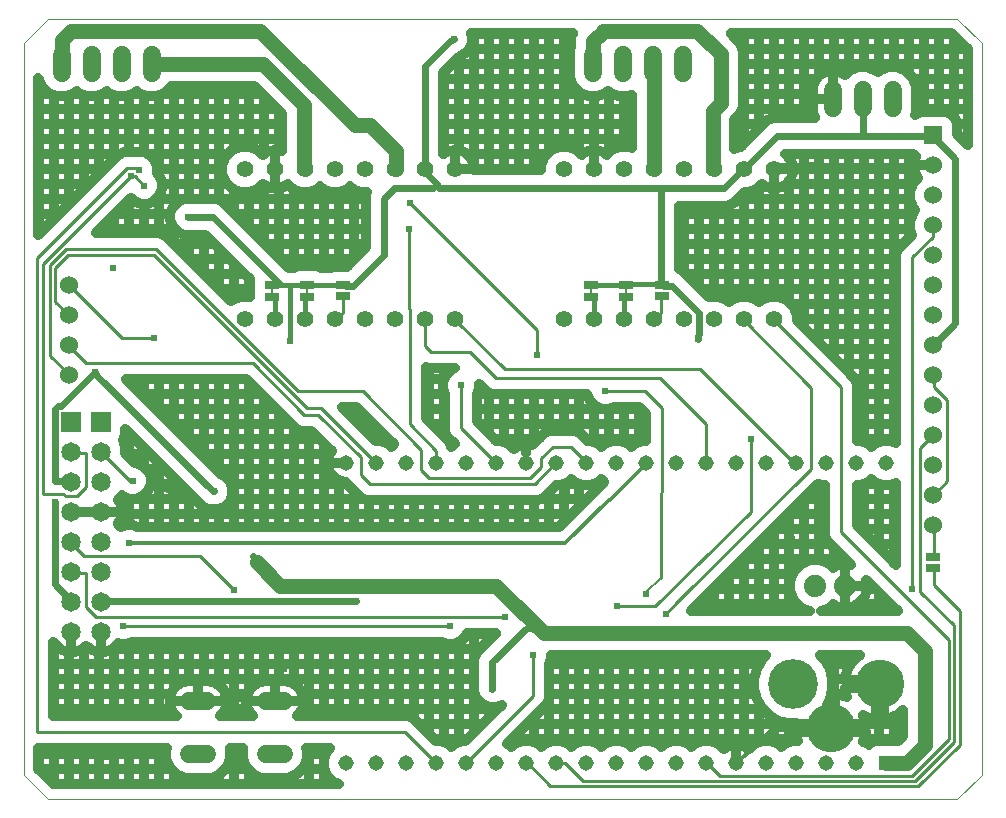
<source format=gbl>
G75*
%MOIN*%
%OFA0B0*%
%FSLAX25Y25*%
%IPPOS*%
%LPD*%
%AMOC8*
5,1,8,0,0,1.08239X$1,22.5*
%
%ADD10C,0.00000*%
%ADD11C,0.06000*%
%ADD12R,0.06000X0.06000*%
%ADD13R,0.05150X0.05150*%
%ADD14C,0.05150*%
%ADD15C,0.05543*%
%ADD16R,0.05000X0.02500*%
%ADD17C,0.00800*%
%ADD18C,0.16598*%
%ADD19C,0.16200*%
%ADD20C,0.07400*%
%ADD21C,0.05937*%
%ADD22C,0.06000*%
%ADD23R,0.06500X0.06500*%
%ADD24C,0.06500*%
%ADD25C,0.01200*%
%ADD26C,0.03200*%
%ADD27C,0.02400*%
%ADD28C,0.02400*%
%ADD29C,0.01000*%
%ADD30C,0.05000*%
%ADD31OC8,0.02400*%
%ADD32C,0.01600*%
%ADD33C,0.04000*%
D10*
X0001000Y0008874D02*
X0001000Y0252969D01*
X0008874Y0260843D01*
X0312024Y0260843D01*
X0320409Y0252969D01*
X0320409Y0008874D01*
X0312024Y0001000D01*
X0008874Y0001000D01*
X0001000Y0008874D01*
D11*
X0016039Y0142063D03*
X0016039Y0152063D03*
X0016039Y0162063D03*
X0016039Y0172063D03*
X0304150Y0172063D03*
X0304150Y0182063D03*
X0304150Y0192063D03*
X0304150Y0202063D03*
X0304150Y0212063D03*
X0304150Y0162063D03*
X0304150Y0152063D03*
X0304150Y0142063D03*
X0304150Y0132063D03*
X0304150Y0122063D03*
X0304150Y0112063D03*
X0304150Y0102063D03*
X0304150Y0092063D03*
D12*
X0304150Y0222063D03*
D13*
X0288402Y0012811D03*
D14*
X0278402Y0012811D03*
X0268402Y0012811D03*
X0258402Y0012811D03*
X0248402Y0012811D03*
X0238402Y0012811D03*
X0228402Y0012811D03*
X0218402Y0012811D03*
X0208402Y0012811D03*
X0198402Y0012811D03*
X0188402Y0012811D03*
X0178402Y0012811D03*
X0168402Y0012811D03*
X0158402Y0012811D03*
X0148402Y0012811D03*
X0138402Y0012811D03*
X0128402Y0012811D03*
X0118402Y0012811D03*
X0108402Y0012811D03*
X0108402Y0112811D03*
X0118402Y0112811D03*
X0128402Y0112811D03*
X0138402Y0112811D03*
X0148402Y0112811D03*
X0158402Y0112811D03*
X0168402Y0112811D03*
X0178402Y0112811D03*
X0188402Y0112811D03*
X0198402Y0112811D03*
X0208402Y0112811D03*
X0218402Y0112811D03*
X0228402Y0112811D03*
X0238402Y0112811D03*
X0248402Y0112811D03*
X0258402Y0112811D03*
X0268402Y0112811D03*
X0278402Y0112811D03*
X0288402Y0112811D03*
D15*
X0251039Y0160724D03*
X0241039Y0160724D03*
X0231039Y0160724D03*
X0221039Y0160724D03*
X0211039Y0160724D03*
X0201039Y0160724D03*
X0191039Y0160724D03*
X0181039Y0160724D03*
X0144740Y0160724D03*
X0134740Y0160724D03*
X0124740Y0160724D03*
X0114740Y0160724D03*
X0104740Y0160724D03*
X0094740Y0160724D03*
X0084740Y0160724D03*
X0074740Y0160724D03*
X0074740Y0210724D03*
X0084740Y0210724D03*
X0094740Y0210724D03*
X0104740Y0210724D03*
X0114740Y0210724D03*
X0124740Y0210724D03*
X0134740Y0210724D03*
X0144740Y0210724D03*
X0181039Y0210724D03*
X0191039Y0210724D03*
X0201039Y0210724D03*
X0211039Y0210724D03*
X0221039Y0210724D03*
X0231039Y0210724D03*
X0241039Y0210724D03*
X0251039Y0210724D03*
D16*
X0213598Y0172063D03*
X0213598Y0168520D03*
X0201787Y0168291D03*
X0201787Y0172291D03*
X0189976Y0172291D03*
X0189976Y0168291D03*
X0107299Y0168520D03*
X0107299Y0172063D03*
X0095488Y0172291D03*
X0095488Y0168291D03*
X0083677Y0168291D03*
X0083677Y0172291D03*
X0304150Y0081512D03*
X0304150Y0077969D03*
D17*
X0213344Y0074622D02*
X0208480Y0069759D01*
X0208480Y0069110D01*
X0201787Y0168791D02*
X0201787Y0171791D01*
X0189976Y0171791D02*
X0189976Y0168791D01*
X0095488Y0168791D02*
X0095488Y0171791D01*
X0083677Y0171791D02*
X0083677Y0168791D01*
D18*
X0257387Y0039189D03*
D19*
X0269898Y0024380D03*
X0286209Y0039089D03*
D20*
X0274780Y0071866D03*
X0264780Y0071866D03*
D21*
X0087630Y0033480D02*
X0081693Y0033480D01*
X0081693Y0015764D02*
X0087630Y0015764D01*
X0062039Y0015764D02*
X0056102Y0015764D01*
X0056102Y0033480D02*
X0062039Y0033480D01*
D22*
X0270528Y0231031D02*
X0270528Y0237031D01*
X0280528Y0237031D02*
X0280528Y0231031D01*
X0290528Y0231031D02*
X0290528Y0237031D01*
X0220724Y0242843D02*
X0220724Y0248843D01*
X0210724Y0248843D02*
X0210724Y0242843D01*
X0200724Y0242843D02*
X0200724Y0248843D01*
X0190724Y0248843D02*
X0190724Y0242843D01*
X0043559Y0242843D02*
X0043559Y0248843D01*
X0033559Y0248843D02*
X0033559Y0242843D01*
X0023559Y0242843D02*
X0023559Y0248843D01*
X0013559Y0248843D02*
X0013559Y0242843D01*
D23*
X0016748Y0126551D03*
X0026748Y0126551D03*
D24*
X0026748Y0116551D03*
X0026748Y0106551D03*
X0026748Y0096551D03*
X0016748Y0096551D03*
X0016748Y0106551D03*
X0016748Y0116551D03*
X0016748Y0086551D03*
X0016748Y0076551D03*
X0016748Y0066551D03*
X0016748Y0056551D03*
X0026748Y0056551D03*
X0026748Y0066551D03*
X0026748Y0076551D03*
X0026748Y0086551D03*
D25*
X0036039Y0086039D02*
X0181512Y0086039D01*
X0195882Y0100409D01*
X0249963Y0023950D02*
X0269650Y0023950D01*
X0269898Y0024380D01*
X0249963Y0023950D02*
X0239163Y0013150D01*
X0238600Y0013150D01*
X0238402Y0012811D01*
X0084661Y0033480D02*
X0084250Y0033850D01*
X0059500Y0033850D01*
X0059071Y0033480D01*
X0037220Y0106906D02*
X0036394Y0106906D01*
X0026748Y0116551D01*
X0251039Y0210724D02*
X0251200Y0211150D01*
X0252100Y0212050D01*
X0303850Y0212050D01*
X0304150Y0212063D01*
D26*
X0304149Y0212063D02*
X0297550Y0212063D01*
X0297550Y0211630D01*
X0297663Y0210773D01*
X0297886Y0209937D01*
X0298218Y0209138D01*
X0298650Y0208388D01*
X0298995Y0207939D01*
X0297537Y0206481D01*
X0296350Y0203615D01*
X0296350Y0200511D01*
X0297537Y0197645D01*
X0298119Y0197063D01*
X0297537Y0196481D01*
X0296350Y0193615D01*
X0296350Y0190511D01*
X0297028Y0188873D01*
X0294098Y0185943D01*
X0292607Y0184452D01*
X0291800Y0182504D01*
X0291800Y0119386D01*
X0289869Y0120186D01*
X0286935Y0120186D01*
X0284224Y0119063D01*
X0283402Y0118241D01*
X0282579Y0119063D01*
X0279869Y0120186D01*
X0278605Y0120186D01*
X0278605Y0139249D01*
X0277798Y0141197D01*
X0258611Y0160384D01*
X0258611Y0162230D01*
X0257458Y0165013D01*
X0255328Y0167143D01*
X0252545Y0168296D01*
X0249533Y0168296D01*
X0246750Y0167143D01*
X0246039Y0166432D01*
X0245328Y0167143D01*
X0242545Y0168296D01*
X0239533Y0168296D01*
X0236750Y0167143D01*
X0236039Y0166432D01*
X0235328Y0167143D01*
X0232545Y0168296D01*
X0229533Y0168296D01*
X0229290Y0168195D01*
X0222087Y0175399D01*
X0220399Y0177087D01*
X0219400Y0177500D01*
X0219400Y0198513D01*
X0235406Y0198513D01*
X0237611Y0199426D01*
X0241338Y0203153D01*
X0242545Y0203153D01*
X0245328Y0204305D01*
X0246896Y0205873D01*
X0247492Y0205415D01*
X0248215Y0204998D01*
X0248987Y0204678D01*
X0249794Y0204462D01*
X0250622Y0204353D01*
X0251039Y0204353D01*
X0251039Y0210724D01*
X0251039Y0210724D01*
X0251039Y0204353D01*
X0251457Y0204353D01*
X0252285Y0204462D01*
X0253092Y0204678D01*
X0253864Y0204998D01*
X0254587Y0205415D01*
X0255249Y0205924D01*
X0255840Y0206514D01*
X0256349Y0207177D01*
X0256766Y0207900D01*
X0257086Y0208672D01*
X0257302Y0209479D01*
X0257411Y0210307D01*
X0257411Y0210724D01*
X0251039Y0210724D01*
X0251039Y0210724D01*
X0257411Y0210724D01*
X0257411Y0211142D01*
X0257302Y0211970D01*
X0257086Y0212777D01*
X0256766Y0213549D01*
X0256349Y0214272D01*
X0255840Y0214935D01*
X0255249Y0215525D01*
X0254696Y0215950D01*
X0297474Y0215950D01*
X0298298Y0215127D01*
X0298218Y0214988D01*
X0297886Y0214189D01*
X0297663Y0213353D01*
X0297550Y0212496D01*
X0297550Y0212063D01*
X0304149Y0212063D01*
X0304149Y0212063D01*
X0301000Y0212063D02*
X0301000Y0212063D01*
X0297633Y0211000D02*
X0257411Y0211000D01*
X0256000Y0210724D02*
X0256000Y0210724D01*
X0256000Y0214726D02*
X0256000Y0215950D01*
X0261000Y0215950D02*
X0261000Y0157995D01*
X0262995Y0156000D02*
X0291800Y0156000D01*
X0291800Y0151000D02*
X0267995Y0151000D01*
X0266000Y0152995D02*
X0266000Y0215950D01*
X0271000Y0215950D02*
X0271000Y0147995D01*
X0272995Y0146000D02*
X0291800Y0146000D01*
X0291800Y0141000D02*
X0277880Y0141000D01*
X0276000Y0142995D02*
X0276000Y0215950D01*
X0281000Y0215950D02*
X0281000Y0119717D01*
X0278605Y0121000D02*
X0291800Y0121000D01*
X0291000Y0119717D02*
X0291000Y0215950D01*
X0286000Y0215950D02*
X0286000Y0119799D01*
X0291800Y0126000D02*
X0278605Y0126000D01*
X0278605Y0131000D02*
X0291800Y0131000D01*
X0291800Y0136000D02*
X0278605Y0136000D01*
X0291800Y0161000D02*
X0258611Y0161000D01*
X0256472Y0166000D02*
X0291800Y0166000D01*
X0291800Y0171000D02*
X0226485Y0171000D01*
X0226000Y0171485D02*
X0226000Y0198513D01*
X0231000Y0198513D02*
X0231000Y0168296D01*
X0236000Y0166472D02*
X0236000Y0198759D01*
X0239185Y0201000D02*
X0296350Y0201000D01*
X0297338Y0196000D02*
X0219400Y0196000D01*
X0221000Y0198513D02*
X0221000Y0176485D01*
X0221485Y0176000D02*
X0291800Y0176000D01*
X0291800Y0181000D02*
X0219400Y0181000D01*
X0219400Y0186000D02*
X0294155Y0186000D01*
X0296000Y0187845D02*
X0296000Y0215950D01*
X0297338Y0206000D02*
X0255326Y0206000D01*
X0256000Y0206723D02*
X0256000Y0166472D01*
X0251000Y0168296D02*
X0251000Y0204353D01*
X0251039Y0206000D02*
X0251039Y0206000D01*
X0246000Y0204977D02*
X0246000Y0166472D01*
X0241000Y0168296D02*
X0241000Y0202815D01*
X0237828Y0217590D02*
X0237828Y0227110D01*
X0239472Y0228755D01*
X0240583Y0231438D01*
X0240583Y0250484D01*
X0239472Y0253167D01*
X0237419Y0255220D01*
X0236596Y0256043D01*
X0310123Y0256043D01*
X0315609Y0250891D01*
X0315609Y0218676D01*
X0311950Y0222336D01*
X0311950Y0226018D01*
X0311219Y0227782D01*
X0309869Y0229132D01*
X0308104Y0229863D01*
X0300195Y0229863D01*
X0298431Y0229132D01*
X0298009Y0228710D01*
X0298328Y0229480D01*
X0298328Y0238583D01*
X0297140Y0241450D01*
X0294946Y0243644D01*
X0292079Y0244831D01*
X0288976Y0244831D01*
X0286109Y0243644D01*
X0285528Y0243062D01*
X0284946Y0243644D01*
X0282079Y0244831D01*
X0278976Y0244831D01*
X0276109Y0243644D01*
X0274651Y0242186D01*
X0274202Y0242531D01*
X0273453Y0242964D01*
X0272654Y0243295D01*
X0271818Y0243519D01*
X0270960Y0243631D01*
X0270528Y0243631D01*
X0270528Y0234032D01*
X0270527Y0234032D01*
X0270527Y0243631D01*
X0270095Y0243631D01*
X0269237Y0243519D01*
X0268402Y0243295D01*
X0267602Y0242964D01*
X0266853Y0242531D01*
X0266167Y0242004D01*
X0265555Y0241393D01*
X0265028Y0240706D01*
X0264595Y0239957D01*
X0264264Y0239158D01*
X0264040Y0238322D01*
X0263928Y0237464D01*
X0263928Y0234032D01*
X0270527Y0234032D01*
X0270527Y0234031D01*
X0263928Y0234031D01*
X0263928Y0230599D01*
X0264040Y0229741D01*
X0264264Y0228905D01*
X0264595Y0228106D01*
X0264686Y0227950D01*
X0250907Y0227950D01*
X0248702Y0227037D01*
X0247014Y0225349D01*
X0247014Y0225349D01*
X0239961Y0218296D01*
X0239533Y0218296D01*
X0237828Y0217590D01*
X0237828Y0221000D02*
X0242665Y0221000D01*
X0241000Y0219335D02*
X0241000Y0256043D01*
X0236639Y0256000D02*
X0310169Y0256000D01*
X0311000Y0255219D02*
X0311000Y0228001D01*
X0311950Y0226000D02*
X0315609Y0226000D01*
X0315609Y0231000D02*
X0298328Y0231000D01*
X0301000Y0229863D02*
X0301000Y0256043D01*
X0296000Y0256043D02*
X0296000Y0242590D01*
X0297326Y0241000D02*
X0315609Y0241000D01*
X0315609Y0236000D02*
X0298328Y0236000D01*
X0306000Y0229863D02*
X0306000Y0256043D01*
X0315494Y0251000D02*
X0240370Y0251000D01*
X0240583Y0246000D02*
X0315609Y0246000D01*
X0291000Y0244831D02*
X0291000Y0256043D01*
X0286000Y0256043D02*
X0286000Y0243535D01*
X0281000Y0244831D02*
X0281000Y0256043D01*
X0276000Y0256043D02*
X0276000Y0243535D01*
X0271000Y0243626D02*
X0271000Y0256043D01*
X0266000Y0256043D02*
X0266000Y0241838D01*
X0265254Y0241000D02*
X0240583Y0241000D01*
X0240583Y0236000D02*
X0263928Y0236000D01*
X0266000Y0234032D02*
X0266000Y0234031D01*
X0263928Y0231000D02*
X0240402Y0231000D01*
X0237828Y0226000D02*
X0247665Y0226000D01*
X0246000Y0224335D02*
X0246000Y0256043D01*
X0251000Y0256043D02*
X0251000Y0227950D01*
X0256000Y0227950D02*
X0256000Y0256043D01*
X0261000Y0256043D02*
X0261000Y0227950D01*
X0270527Y0236000D02*
X0270528Y0236000D01*
X0270527Y0241000D02*
X0270528Y0241000D01*
X0313285Y0221000D02*
X0315609Y0221000D01*
X0296350Y0191000D02*
X0219400Y0191000D01*
X0195183Y0215576D02*
X0194587Y0216034D01*
X0193864Y0216451D01*
X0193092Y0216771D01*
X0192285Y0216987D01*
X0191457Y0217096D01*
X0191039Y0217096D01*
X0190622Y0217096D01*
X0189794Y0216987D01*
X0188987Y0216771D01*
X0188215Y0216451D01*
X0187492Y0216034D01*
X0186896Y0215576D01*
X0185328Y0217143D01*
X0182545Y0218296D01*
X0179533Y0218296D01*
X0176750Y0217143D01*
X0174620Y0215013D01*
X0173468Y0212230D01*
X0173468Y0210513D01*
X0151112Y0210513D01*
X0151112Y0210724D01*
X0144740Y0210724D01*
X0144740Y0210724D01*
X0144740Y0210725D02*
X0144740Y0217096D01*
X0144323Y0217096D01*
X0143494Y0216987D01*
X0142688Y0216771D01*
X0141916Y0216451D01*
X0141193Y0216034D01*
X0140740Y0215686D01*
X0140740Y0242727D01*
X0146164Y0248152D01*
X0146464Y0248276D01*
X0146839Y0248650D01*
X0147082Y0248805D01*
X0147706Y0249063D01*
X0148081Y0249438D01*
X0148528Y0249722D01*
X0148916Y0250274D01*
X0149394Y0250751D01*
X0149596Y0251241D01*
X0149901Y0251674D01*
X0150049Y0252333D01*
X0150307Y0252956D01*
X0150307Y0253486D01*
X0150423Y0254003D01*
X0150307Y0254668D01*
X0150307Y0255343D01*
X0150104Y0255833D01*
X0150068Y0256043D01*
X0183972Y0256043D01*
X0183471Y0254852D01*
X0183471Y0254833D01*
X0183464Y0254814D01*
X0183464Y0253381D01*
X0183455Y0251675D01*
X0182924Y0250394D01*
X0182924Y0241291D01*
X0184112Y0238424D01*
X0186306Y0236230D01*
X0189173Y0235043D01*
X0192276Y0235043D01*
X0195143Y0236230D01*
X0195724Y0236812D01*
X0196306Y0236230D01*
X0199173Y0235043D01*
X0202276Y0235043D01*
X0203739Y0235649D01*
X0203739Y0217802D01*
X0202545Y0218296D01*
X0199533Y0218296D01*
X0196750Y0217143D01*
X0195183Y0215576D01*
X0195607Y0216000D02*
X0194631Y0216000D01*
X0196000Y0216393D02*
X0196000Y0236536D01*
X0196861Y0236000D02*
X0194587Y0236000D01*
X0191000Y0235043D02*
X0191000Y0217096D01*
X0191039Y0217096D02*
X0191039Y0210725D01*
X0191039Y0210725D01*
X0191039Y0217096D01*
X0191039Y0216000D02*
X0191039Y0216000D01*
X0187448Y0216000D02*
X0186472Y0216000D01*
X0186000Y0216472D02*
X0186000Y0236536D01*
X0186861Y0236000D02*
X0140740Y0236000D01*
X0140740Y0241000D02*
X0183045Y0241000D01*
X0182924Y0246000D02*
X0144013Y0246000D01*
X0146000Y0247987D02*
X0146000Y0216983D01*
X0145986Y0216987D02*
X0145158Y0217096D01*
X0144740Y0217096D01*
X0144740Y0210725D01*
X0144740Y0210725D01*
X0144740Y0210724D02*
X0151112Y0210724D01*
X0151112Y0211142D01*
X0151003Y0211970D01*
X0150787Y0212777D01*
X0150467Y0213549D01*
X0150049Y0214272D01*
X0149541Y0214935D01*
X0148950Y0215525D01*
X0148288Y0216034D01*
X0147564Y0216451D01*
X0146793Y0216771D01*
X0145986Y0216987D01*
X0144740Y0216000D02*
X0144740Y0216000D01*
X0148331Y0216000D02*
X0175607Y0216000D01*
X0176000Y0216393D02*
X0176000Y0256043D01*
X0171000Y0256043D02*
X0171000Y0210513D01*
X0173468Y0211000D02*
X0151112Y0211000D01*
X0151000Y0210724D02*
X0151000Y0210724D01*
X0151000Y0211980D02*
X0151000Y0256043D01*
X0150075Y0256000D02*
X0183954Y0256000D01*
X0181000Y0256043D02*
X0181000Y0218296D01*
X0191039Y0211000D02*
X0191039Y0211000D01*
X0201000Y0218296D02*
X0201000Y0235043D01*
X0203739Y0231000D02*
X0140740Y0231000D01*
X0140740Y0226000D02*
X0203739Y0226000D01*
X0203739Y0221000D02*
X0140740Y0221000D01*
X0140740Y0216000D02*
X0141149Y0216000D01*
X0141000Y0215886D02*
X0141000Y0242987D01*
X0149497Y0251000D02*
X0183175Y0251000D01*
X0166000Y0256043D02*
X0166000Y0210513D01*
X0161000Y0210513D02*
X0161000Y0256043D01*
X0156000Y0256043D02*
X0156000Y0210513D01*
X0146000Y0210724D02*
X0146000Y0210724D01*
X0144740Y0211000D02*
X0144740Y0211000D01*
X0115320Y0203153D02*
X0114882Y0202095D01*
X0114882Y0184711D01*
X0108556Y0178113D01*
X0106457Y0178113D01*
X0106409Y0178115D01*
X0106402Y0178113D01*
X0103844Y0178113D01*
X0103309Y0177891D01*
X0100029Y0177891D01*
X0098943Y0178341D01*
X0092033Y0178341D01*
X0090947Y0177891D01*
X0089484Y0177891D01*
X0069079Y0198296D01*
X0067391Y0199984D01*
X0065186Y0200898D01*
X0054433Y0200898D01*
X0052227Y0199984D01*
X0050539Y0198296D01*
X0049626Y0196091D01*
X0049626Y0193704D01*
X0050539Y0191499D01*
X0052227Y0189811D01*
X0054433Y0188898D01*
X0061507Y0188898D01*
X0076377Y0174027D01*
X0076377Y0168242D01*
X0076246Y0168296D01*
X0073234Y0168296D01*
X0070451Y0167143D01*
X0070027Y0166719D01*
X0049630Y0187115D01*
X0049630Y0187115D01*
X0048139Y0188606D01*
X0046191Y0189413D01*
X0025157Y0189413D01*
X0036804Y0201061D01*
X0037651Y0200213D01*
X0039857Y0199300D01*
X0042243Y0199300D01*
X0044449Y0200213D01*
X0046137Y0201901D01*
X0047050Y0204107D01*
X0047050Y0206493D01*
X0046137Y0208699D01*
X0045385Y0209450D01*
X0045386Y0209452D01*
X0045386Y0211839D01*
X0044472Y0214044D01*
X0042785Y0215732D01*
X0040579Y0216646D01*
X0038192Y0216646D01*
X0037691Y0216438D01*
X0034395Y0216438D01*
X0032447Y0215631D01*
X0005800Y0188984D01*
X0005800Y0241192D01*
X0006947Y0238424D01*
X0009141Y0236230D01*
X0012008Y0235043D01*
X0015111Y0235043D01*
X0017977Y0236230D01*
X0018559Y0236812D01*
X0019141Y0236230D01*
X0022008Y0235043D01*
X0025111Y0235043D01*
X0027977Y0236230D01*
X0028559Y0236812D01*
X0029141Y0236230D01*
X0032008Y0235043D01*
X0035111Y0235043D01*
X0037977Y0236230D01*
X0038559Y0236812D01*
X0039141Y0236230D01*
X0042008Y0235043D01*
X0045111Y0235043D01*
X0047977Y0236230D01*
X0050172Y0238424D01*
X0050221Y0238543D01*
X0077543Y0238543D01*
X0087007Y0229079D01*
X0087007Y0216682D01*
X0086793Y0216771D01*
X0085986Y0216987D01*
X0085158Y0217096D01*
X0084740Y0217096D01*
X0084323Y0217096D01*
X0083494Y0216987D01*
X0082688Y0216771D01*
X0081916Y0216451D01*
X0081193Y0216034D01*
X0080596Y0215576D01*
X0079029Y0217143D01*
X0076246Y0218296D01*
X0073234Y0218296D01*
X0070451Y0217143D01*
X0068321Y0215013D01*
X0067169Y0212230D01*
X0067169Y0209218D01*
X0068321Y0206435D01*
X0070451Y0204305D01*
X0073234Y0203153D01*
X0076246Y0203153D01*
X0079029Y0204305D01*
X0080596Y0205873D01*
X0081193Y0205415D01*
X0081916Y0204998D01*
X0082688Y0204678D01*
X0083494Y0204462D01*
X0084323Y0204353D01*
X0084740Y0204353D01*
X0084740Y0210724D01*
X0084740Y0210724D01*
X0084740Y0204353D01*
X0085158Y0204353D01*
X0085986Y0204462D01*
X0086793Y0204678D01*
X0087564Y0204998D01*
X0088288Y0205415D01*
X0088884Y0205873D01*
X0090451Y0204305D01*
X0093234Y0203153D01*
X0096246Y0203153D01*
X0099029Y0204305D01*
X0099740Y0205016D01*
X0100451Y0204305D01*
X0103234Y0203153D01*
X0106246Y0203153D01*
X0109029Y0204305D01*
X0109740Y0205016D01*
X0110451Y0204305D01*
X0113234Y0203153D01*
X0115320Y0203153D01*
X0114882Y0201000D02*
X0045235Y0201000D01*
X0046000Y0201765D02*
X0046000Y0189413D01*
X0051000Y0191038D02*
X0051000Y0185745D01*
X0050745Y0186000D02*
X0064404Y0186000D01*
X0066000Y0184404D02*
X0066000Y0170745D01*
X0065745Y0171000D02*
X0076377Y0171000D01*
X0076000Y0168296D02*
X0076000Y0174404D01*
X0074404Y0176000D02*
X0060745Y0176000D01*
X0061000Y0175745D02*
X0061000Y0188898D01*
X0056000Y0188898D02*
X0056000Y0180745D01*
X0055745Y0181000D02*
X0069404Y0181000D01*
X0071000Y0179404D02*
X0071000Y0167371D01*
X0086000Y0181375D02*
X0086000Y0204466D01*
X0084740Y0206000D02*
X0084740Y0206000D01*
X0081000Y0205563D02*
X0081000Y0186375D01*
X0081375Y0186000D02*
X0114882Y0186000D01*
X0114882Y0191000D02*
X0076375Y0191000D01*
X0076000Y0191375D02*
X0076000Y0203153D01*
X0071000Y0204078D02*
X0071000Y0196375D01*
X0071375Y0196000D02*
X0114882Y0196000D01*
X0111000Y0204078D02*
X0111000Y0180662D01*
X0111324Y0181000D02*
X0086375Y0181000D01*
X0091000Y0177913D02*
X0091000Y0204078D01*
X0096000Y0203153D02*
X0096000Y0178341D01*
X0101000Y0177891D02*
X0101000Y0204078D01*
X0106000Y0203153D02*
X0106000Y0178113D01*
X0084740Y0210725D02*
X0084740Y0210725D01*
X0084740Y0217096D01*
X0084740Y0210725D01*
X0084740Y0211000D02*
X0084740Y0211000D01*
X0084740Y0216000D02*
X0084740Y0216000D01*
X0086000Y0216983D02*
X0086000Y0230086D01*
X0085086Y0231000D02*
X0005800Y0231000D01*
X0005800Y0226000D02*
X0087007Y0226000D01*
X0087007Y0221000D02*
X0005800Y0221000D01*
X0005800Y0216000D02*
X0033338Y0216000D01*
X0036000Y0216438D02*
X0036000Y0235411D01*
X0037422Y0236000D02*
X0039696Y0236000D01*
X0041000Y0235460D02*
X0041000Y0216471D01*
X0042138Y0216000D02*
X0069308Y0216000D01*
X0071000Y0217371D02*
X0071000Y0238543D01*
X0076000Y0238543D02*
X0076000Y0218296D01*
X0080172Y0216000D02*
X0081149Y0216000D01*
X0081000Y0215886D02*
X0081000Y0235086D01*
X0080086Y0236000D02*
X0047422Y0236000D01*
X0046000Y0235411D02*
X0046000Y0208835D01*
X0045386Y0211000D02*
X0067169Y0211000D01*
X0068757Y0206000D02*
X0047050Y0206000D01*
X0051000Y0198757D02*
X0051000Y0238543D01*
X0056000Y0238543D02*
X0056000Y0200898D01*
X0061000Y0200898D02*
X0061000Y0238543D01*
X0066000Y0238543D02*
X0066000Y0200560D01*
X0049626Y0196000D02*
X0031743Y0196000D01*
X0031000Y0195257D02*
X0031000Y0189413D01*
X0026743Y0191000D02*
X0051038Y0191000D01*
X0041000Y0189413D02*
X0041000Y0199300D01*
X0036865Y0201000D02*
X0036743Y0201000D01*
X0036000Y0200257D02*
X0036000Y0189413D01*
X0026000Y0189413D02*
X0026000Y0190257D01*
X0017816Y0201000D02*
X0005800Y0201000D01*
X0005800Y0196000D02*
X0012816Y0196000D01*
X0011000Y0194184D02*
X0011000Y0235460D01*
X0009696Y0236000D02*
X0005800Y0236000D01*
X0006000Y0240709D02*
X0006000Y0189184D01*
X0005800Y0191000D02*
X0007816Y0191000D01*
X0016000Y0199184D02*
X0016000Y0235411D01*
X0017422Y0236000D02*
X0019696Y0236000D01*
X0021000Y0235460D02*
X0021000Y0204184D01*
X0022816Y0206000D02*
X0005800Y0206000D01*
X0005800Y0211000D02*
X0027816Y0211000D01*
X0026000Y0209184D02*
X0026000Y0235411D01*
X0027422Y0236000D02*
X0029696Y0236000D01*
X0031000Y0235460D02*
X0031000Y0214184D01*
X0005880Y0241000D02*
X0005800Y0241000D01*
X0034962Y0140877D02*
X0075084Y0140877D01*
X0090011Y0125951D01*
X0091502Y0124460D01*
X0093450Y0123653D01*
X0096836Y0123653D01*
X0103676Y0116813D01*
X0103120Y0116047D01*
X0102679Y0115181D01*
X0102379Y0114257D01*
X0102227Y0113297D01*
X0102227Y0112811D01*
X0102227Y0112325D01*
X0102379Y0111365D01*
X0102679Y0110441D01*
X0103120Y0109575D01*
X0103692Y0108788D01*
X0104379Y0108101D01*
X0105165Y0107530D01*
X0106031Y0107089D01*
X0106956Y0106788D01*
X0107916Y0106636D01*
X0108395Y0106636D01*
X0108712Y0105872D01*
X0113254Y0101330D01*
X0115202Y0100523D01*
X0172330Y0100523D01*
X0174278Y0101330D01*
X0178384Y0105436D01*
X0179869Y0105436D01*
X0182579Y0106559D01*
X0183402Y0107381D01*
X0184224Y0106559D01*
X0186935Y0105436D01*
X0189869Y0105436D01*
X0192579Y0106559D01*
X0193402Y0107381D01*
X0194224Y0106559D01*
X0194445Y0106468D01*
X0193064Y0105087D01*
X0192823Y0104987D01*
X0179275Y0091439D01*
X0038681Y0091439D01*
X0037233Y0092039D01*
X0034846Y0092039D01*
X0033289Y0091395D01*
X0032235Y0092449D01*
X0032456Y0092737D01*
X0032905Y0093515D01*
X0033248Y0094345D01*
X0033481Y0095212D01*
X0033598Y0096102D01*
X0033598Y0096551D01*
X0026748Y0096551D01*
X0019898Y0096551D01*
X0017335Y0096551D01*
X0017335Y0096551D01*
X0026748Y0096551D01*
X0026748Y0096551D01*
X0026748Y0096551D01*
X0033598Y0096551D01*
X0033598Y0097000D01*
X0033481Y0097890D01*
X0033248Y0098758D01*
X0032905Y0099587D01*
X0032456Y0100365D01*
X0032235Y0100653D01*
X0033572Y0101991D01*
X0033595Y0102046D01*
X0033822Y0101819D01*
X0036027Y0100906D01*
X0038414Y0100906D01*
X0040619Y0101819D01*
X0042307Y0103507D01*
X0043220Y0105712D01*
X0043220Y0108099D01*
X0042307Y0110304D01*
X0040619Y0111992D01*
X0038414Y0112905D01*
X0038030Y0112905D01*
X0034798Y0116138D01*
X0034798Y0118152D01*
X0033872Y0120387D01*
X0034067Y0120582D01*
X0034798Y0122346D01*
X0034798Y0124071D01*
X0058906Y0099963D01*
X0060593Y0098276D01*
X0062799Y0097362D01*
X0065678Y0097362D01*
X0067883Y0098276D01*
X0069571Y0099963D01*
X0070484Y0102169D01*
X0070484Y0104556D01*
X0069571Y0106761D01*
X0067883Y0108449D01*
X0067043Y0108797D01*
X0034962Y0140877D01*
X0036000Y0140877D02*
X0036000Y0139840D01*
X0041000Y0140877D02*
X0041000Y0134840D01*
X0039840Y0136000D02*
X0079961Y0136000D01*
X0081000Y0134961D02*
X0081000Y0091439D01*
X0086000Y0091439D02*
X0086000Y0129961D01*
X0084961Y0131000D02*
X0044840Y0131000D01*
X0046000Y0129840D02*
X0046000Y0140877D01*
X0051000Y0140877D02*
X0051000Y0124840D01*
X0049840Y0126000D02*
X0089961Y0126000D01*
X0091000Y0124961D02*
X0091000Y0091439D01*
X0096000Y0091439D02*
X0096000Y0123653D01*
X0099489Y0121000D02*
X0054840Y0121000D01*
X0056000Y0119840D02*
X0056000Y0140877D01*
X0061000Y0140877D02*
X0061000Y0114840D01*
X0059840Y0116000D02*
X0103096Y0116000D01*
X0102227Y0112811D02*
X0107678Y0112811D01*
X0102227Y0112811D01*
X0102497Y0111000D02*
X0064840Y0111000D01*
X0066000Y0109840D02*
X0066000Y0140877D01*
X0071000Y0140877D02*
X0071000Y0091439D01*
X0076000Y0091439D02*
X0076000Y0139961D01*
X0101000Y0119489D02*
X0101000Y0091439D01*
X0106000Y0091439D02*
X0106000Y0107105D01*
X0108658Y0106000D02*
X0069886Y0106000D01*
X0070000Y0101000D02*
X0114050Y0101000D01*
X0116000Y0100523D02*
X0116000Y0091439D01*
X0121000Y0091439D02*
X0121000Y0100523D01*
X0126000Y0100523D02*
X0126000Y0091439D01*
X0131000Y0091439D02*
X0131000Y0100523D01*
X0136000Y0100523D02*
X0136000Y0091439D01*
X0141000Y0091439D02*
X0141000Y0100523D01*
X0146000Y0100523D02*
X0146000Y0091439D01*
X0151000Y0091439D02*
X0151000Y0100523D01*
X0156000Y0100523D02*
X0156000Y0091439D01*
X0161000Y0091439D02*
X0161000Y0100523D01*
X0166000Y0100523D02*
X0166000Y0091439D01*
X0171000Y0091439D02*
X0171000Y0100523D01*
X0173482Y0101000D02*
X0188836Y0101000D01*
X0191000Y0103164D02*
X0191000Y0105905D01*
X0191230Y0106000D02*
X0193977Y0106000D01*
X0186000Y0105823D02*
X0186000Y0098164D01*
X0183836Y0096000D02*
X0033585Y0096000D01*
X0031000Y0096551D02*
X0031000Y0096551D01*
X0032581Y0101000D02*
X0035799Y0101000D01*
X0036000Y0100917D02*
X0036000Y0092039D01*
X0041000Y0091439D02*
X0041000Y0102200D01*
X0038642Y0101000D02*
X0057869Y0101000D01*
X0056000Y0102869D02*
X0056000Y0091439D01*
X0061000Y0091439D02*
X0061000Y0098107D01*
X0066000Y0097496D02*
X0066000Y0091439D01*
X0051000Y0091439D02*
X0051000Y0107869D01*
X0052869Y0106000D02*
X0043220Y0106000D01*
X0041611Y0111000D02*
X0047869Y0111000D01*
X0046000Y0112869D02*
X0046000Y0091439D01*
X0026000Y0096551D02*
X0026000Y0096551D01*
X0021000Y0096551D02*
X0021000Y0096551D01*
X0036000Y0114936D02*
X0036000Y0122869D01*
X0034240Y0121000D02*
X0037869Y0121000D01*
X0041000Y0117869D02*
X0041000Y0111611D01*
X0042869Y0116000D02*
X0034936Y0116000D01*
X0026748Y0056231D02*
X0026748Y0049701D01*
X0026748Y0056231D01*
X0026748Y0056231D01*
X0026748Y0056000D02*
X0026748Y0056000D01*
X0026748Y0051000D02*
X0026748Y0051000D01*
X0026748Y0049701D02*
X0027197Y0049701D01*
X0028087Y0049818D01*
X0028955Y0050051D01*
X0029784Y0050394D01*
X0030562Y0050843D01*
X0031274Y0051390D01*
X0031909Y0052025D01*
X0032408Y0052675D01*
X0032877Y0052480D01*
X0035264Y0052480D01*
X0036954Y0053180D01*
X0140243Y0053180D01*
X0141933Y0052480D01*
X0144319Y0052480D01*
X0146525Y0053394D01*
X0148213Y0055082D01*
X0148689Y0056231D01*
X0158446Y0056231D01*
X0152008Y0049793D01*
X0151094Y0047588D01*
X0151094Y0036257D01*
X0152008Y0034051D01*
X0153695Y0032363D01*
X0155901Y0031450D01*
X0158288Y0031450D01*
X0160195Y0032240D01*
X0148140Y0020186D01*
X0146935Y0020186D01*
X0144224Y0019063D01*
X0143402Y0018241D01*
X0142579Y0019063D01*
X0139869Y0020186D01*
X0138424Y0020186D01*
X0130971Y0027639D01*
X0129023Y0028446D01*
X0091859Y0028446D01*
X0091970Y0028531D01*
X0092579Y0029140D01*
X0093103Y0029823D01*
X0093534Y0030569D01*
X0093863Y0031364D01*
X0094086Y0032196D01*
X0094198Y0033050D01*
X0094198Y0033480D01*
X0084662Y0033480D01*
X0084662Y0033480D01*
X0094198Y0033480D01*
X0094198Y0033911D01*
X0094086Y0034765D01*
X0093863Y0035596D01*
X0093534Y0036392D01*
X0093103Y0037137D01*
X0092579Y0037821D01*
X0091970Y0038429D01*
X0091287Y0038954D01*
X0090541Y0039384D01*
X0089746Y0039714D01*
X0088914Y0039936D01*
X0088060Y0040049D01*
X0084661Y0040049D01*
X0081262Y0040049D01*
X0080409Y0039936D01*
X0079577Y0039714D01*
X0078781Y0039384D01*
X0078036Y0038954D01*
X0077353Y0038429D01*
X0076744Y0037821D01*
X0076220Y0037137D01*
X0075789Y0036392D01*
X0075460Y0035596D01*
X0075237Y0034765D01*
X0075124Y0033911D01*
X0075124Y0033480D01*
X0075124Y0033050D01*
X0075237Y0032196D01*
X0075460Y0031364D01*
X0075789Y0030569D01*
X0076220Y0029823D01*
X0076744Y0029140D01*
X0077353Y0028531D01*
X0077464Y0028446D01*
X0066268Y0028446D01*
X0066380Y0028531D01*
X0066988Y0029140D01*
X0067513Y0029823D01*
X0067943Y0030569D01*
X0068273Y0031364D01*
X0068495Y0032196D01*
X0068608Y0033050D01*
X0068608Y0033480D01*
X0059071Y0033480D01*
X0059071Y0033480D01*
X0049534Y0033480D01*
X0049534Y0033050D01*
X0049646Y0032196D01*
X0049869Y0031364D01*
X0050199Y0030569D01*
X0050629Y0029823D01*
X0051153Y0029140D01*
X0051762Y0028531D01*
X0051874Y0028446D01*
X0010729Y0028446D01*
X0010729Y0053276D01*
X0011040Y0052737D01*
X0011587Y0052025D01*
X0012222Y0051390D01*
X0012934Y0050843D01*
X0013712Y0050394D01*
X0014541Y0050051D01*
X0015409Y0049818D01*
X0016299Y0049701D01*
X0016748Y0049701D01*
X0016748Y0056551D01*
X0016748Y0056551D01*
X0016748Y0049701D01*
X0017197Y0049701D01*
X0018087Y0049818D01*
X0018955Y0050051D01*
X0019784Y0050394D01*
X0020562Y0050843D01*
X0021274Y0051390D01*
X0021748Y0051864D01*
X0022222Y0051390D01*
X0022934Y0050843D01*
X0023712Y0050394D01*
X0024541Y0050051D01*
X0025409Y0049818D01*
X0026299Y0049701D01*
X0026748Y0049701D01*
X0026000Y0049741D02*
X0026000Y0028446D01*
X0031000Y0028446D02*
X0031000Y0051180D01*
X0030766Y0051000D02*
X0153215Y0051000D01*
X0156000Y0053785D02*
X0156000Y0056231D01*
X0158215Y0056000D02*
X0148593Y0056000D01*
X0151000Y0056231D02*
X0151000Y0023045D01*
X0148955Y0021000D02*
X0137609Y0021000D01*
X0136000Y0022609D02*
X0136000Y0053180D01*
X0141000Y0052867D02*
X0141000Y0019717D01*
X0146000Y0019799D02*
X0146000Y0053176D01*
X0151094Y0046000D02*
X0010729Y0046000D01*
X0010729Y0041000D02*
X0151094Y0041000D01*
X0151200Y0036000D02*
X0093696Y0036000D01*
X0091000Y0033480D02*
X0091000Y0033480D01*
X0093712Y0031000D02*
X0158955Y0031000D01*
X0156000Y0031450D02*
X0156000Y0028045D01*
X0153955Y0026000D02*
X0132609Y0026000D01*
X0131000Y0027609D02*
X0131000Y0053180D01*
X0126000Y0053180D02*
X0126000Y0028446D01*
X0121000Y0028446D02*
X0121000Y0053180D01*
X0116000Y0053180D02*
X0116000Y0028446D01*
X0111000Y0028446D02*
X0111000Y0053180D01*
X0106000Y0053180D02*
X0106000Y0028446D01*
X0101000Y0028446D02*
X0101000Y0053180D01*
X0096000Y0053180D02*
X0096000Y0028446D01*
X0086000Y0033480D02*
X0086000Y0033480D01*
X0084661Y0033480D02*
X0084661Y0033480D01*
X0075124Y0033480D01*
X0084661Y0033480D01*
X0084661Y0033480D01*
X0084661Y0040049D01*
X0084661Y0033480D01*
X0084661Y0036000D02*
X0084661Y0036000D01*
X0086000Y0040049D02*
X0086000Y0053180D01*
X0081000Y0053180D02*
X0081000Y0040014D01*
X0076000Y0036757D02*
X0076000Y0053180D01*
X0071000Y0053180D02*
X0071000Y0028446D01*
X0068122Y0031000D02*
X0075611Y0031000D01*
X0076000Y0030204D02*
X0076000Y0028446D01*
X0076000Y0033480D02*
X0076000Y0033480D01*
X0075627Y0036000D02*
X0068105Y0036000D01*
X0067943Y0036392D02*
X0067513Y0037137D01*
X0066988Y0037821D01*
X0066380Y0038429D01*
X0065696Y0038954D01*
X0064951Y0039384D01*
X0064155Y0039714D01*
X0063324Y0039936D01*
X0062470Y0040049D01*
X0059071Y0040049D01*
X0059071Y0033480D01*
X0059071Y0033480D01*
X0068608Y0033480D01*
X0068608Y0033911D01*
X0068495Y0034765D01*
X0068273Y0035596D01*
X0067943Y0036392D01*
X0066000Y0038721D02*
X0066000Y0053180D01*
X0061000Y0053180D02*
X0061000Y0040049D01*
X0059071Y0040049D02*
X0055672Y0040049D01*
X0054818Y0039936D01*
X0053986Y0039714D01*
X0053191Y0039384D01*
X0052445Y0038954D01*
X0051762Y0038429D01*
X0051153Y0037821D01*
X0050629Y0037137D01*
X0050199Y0036392D01*
X0049869Y0035596D01*
X0049646Y0034765D01*
X0049534Y0033911D01*
X0049534Y0033480D01*
X0059071Y0033480D01*
X0059071Y0033480D01*
X0059071Y0040049D01*
X0056000Y0040049D02*
X0056000Y0053180D01*
X0051000Y0053180D02*
X0051000Y0037621D01*
X0050036Y0036000D02*
X0010729Y0036000D01*
X0010729Y0031000D02*
X0050020Y0031000D01*
X0051000Y0029340D02*
X0051000Y0028446D01*
X0046000Y0028446D02*
X0046000Y0053180D01*
X0041000Y0053180D02*
X0041000Y0028446D01*
X0036000Y0028446D02*
X0036000Y0052785D01*
X0022730Y0051000D02*
X0020766Y0051000D01*
X0021000Y0051180D02*
X0021000Y0028446D01*
X0016000Y0028446D02*
X0016000Y0049741D01*
X0016748Y0051000D02*
X0016748Y0051000D01*
X0012730Y0051000D02*
X0010729Y0051000D01*
X0011000Y0052807D02*
X0011000Y0028446D01*
X0011000Y0017846D02*
X0011000Y0005800D01*
X0010862Y0005800D02*
X0005800Y0010862D01*
X0005800Y0017846D01*
X0048556Y0017846D01*
X0048334Y0017309D01*
X0048334Y0014219D01*
X0049517Y0011363D01*
X0051702Y0009178D01*
X0054557Y0007995D01*
X0063585Y0007995D01*
X0066440Y0009178D01*
X0068625Y0011363D01*
X0069808Y0014219D01*
X0069808Y0017309D01*
X0069586Y0017846D01*
X0074147Y0017846D01*
X0073924Y0017309D01*
X0073924Y0014219D01*
X0075107Y0011363D01*
X0077292Y0009178D01*
X0080148Y0007995D01*
X0089175Y0007995D01*
X0092030Y0009178D01*
X0094216Y0011363D01*
X0095398Y0014219D01*
X0095398Y0017309D01*
X0095176Y0017846D01*
X0103007Y0017846D01*
X0102150Y0016989D01*
X0101027Y0014278D01*
X0101027Y0011344D01*
X0102150Y0008634D01*
X0104224Y0006559D01*
X0106056Y0005800D01*
X0010862Y0005800D01*
X0010662Y0006000D02*
X0105574Y0006000D01*
X0106000Y0005823D02*
X0106000Y0005800D01*
X0101000Y0005800D02*
X0101000Y0017846D01*
X0101740Y0016000D02*
X0095398Y0016000D01*
X0096000Y0017846D02*
X0096000Y0005800D01*
X0091000Y0005800D02*
X0091000Y0008751D01*
X0093852Y0011000D02*
X0101169Y0011000D01*
X0086000Y0007995D02*
X0086000Y0005800D01*
X0081000Y0005800D02*
X0081000Y0007995D01*
X0076000Y0005800D02*
X0076000Y0010470D01*
X0075470Y0011000D02*
X0068262Y0011000D01*
X0066000Y0008996D02*
X0066000Y0005800D01*
X0061000Y0005800D02*
X0061000Y0007995D01*
X0056000Y0007995D02*
X0056000Y0005800D01*
X0051000Y0005800D02*
X0051000Y0009880D01*
X0049880Y0011000D02*
X0005800Y0011000D01*
X0006000Y0010662D02*
X0006000Y0017846D01*
X0005800Y0016000D02*
X0048334Y0016000D01*
X0046000Y0017846D02*
X0046000Y0005800D01*
X0041000Y0005800D02*
X0041000Y0017846D01*
X0036000Y0017846D02*
X0036000Y0005800D01*
X0031000Y0005800D02*
X0031000Y0017846D01*
X0026000Y0017846D02*
X0026000Y0005800D01*
X0021000Y0005800D02*
X0021000Y0017846D01*
X0016000Y0017846D02*
X0016000Y0005800D01*
X0051000Y0033480D02*
X0051000Y0033480D01*
X0056000Y0033480D02*
X0056000Y0033480D01*
X0059071Y0036000D02*
X0059071Y0036000D01*
X0061000Y0033480D02*
X0061000Y0033480D01*
X0066000Y0033480D02*
X0066000Y0033480D01*
X0081000Y0033480D02*
X0081000Y0033480D01*
X0091000Y0039119D02*
X0091000Y0053180D01*
X0071000Y0017846D02*
X0071000Y0005800D01*
X0069808Y0016000D02*
X0073924Y0016000D01*
X0016748Y0056000D02*
X0016748Y0056000D01*
X0106000Y0112811D02*
X0106000Y0112811D01*
X0107678Y0112811D02*
X0107678Y0112811D01*
X0111000Y0103583D02*
X0111000Y0091439D01*
X0123402Y0118241D02*
X0124201Y0119040D01*
X0111755Y0131487D01*
X0106945Y0131487D01*
X0118247Y0120186D01*
X0119869Y0120186D01*
X0122579Y0119063D01*
X0123402Y0118241D01*
X0121000Y0119717D02*
X0121000Y0122242D01*
X0122242Y0121000D02*
X0117432Y0121000D01*
X0116000Y0122432D02*
X0116000Y0127242D01*
X0117242Y0126000D02*
X0112432Y0126000D01*
X0111000Y0127432D02*
X0111000Y0131487D01*
X0112242Y0131000D02*
X0107432Y0131000D01*
X0135113Y0131000D02*
X0141369Y0131000D01*
X0141369Y0135912D02*
X0141369Y0123469D01*
X0142176Y0121521D01*
X0143667Y0120030D01*
X0144514Y0119183D01*
X0144224Y0119063D01*
X0143472Y0118311D01*
X0143135Y0119049D01*
X0142810Y0119886D01*
X0142699Y0120003D01*
X0142631Y0120150D01*
X0141974Y0120762D01*
X0135113Y0127943D01*
X0135113Y0144792D01*
X0135773Y0144519D01*
X0144809Y0144519D01*
X0143271Y0143882D01*
X0141583Y0142194D01*
X0140669Y0139989D01*
X0140669Y0137602D01*
X0141369Y0135912D01*
X0141333Y0136000D02*
X0135113Y0136000D01*
X0141000Y0136803D02*
X0141000Y0121781D01*
X0141746Y0121000D02*
X0142698Y0121000D01*
X0141369Y0126000D02*
X0136969Y0126000D01*
X0136000Y0127014D02*
X0136000Y0144519D01*
X0135113Y0141000D02*
X0141088Y0141000D01*
X0141000Y0140787D02*
X0141000Y0144519D01*
X0152669Y0139172D02*
X0155272Y0136570D01*
X0157220Y0135763D01*
X0188840Y0135763D01*
X0188840Y0135706D01*
X0189753Y0133501D01*
X0191441Y0131813D01*
X0193646Y0130900D01*
X0196033Y0130900D01*
X0197684Y0131583D01*
X0205881Y0131537D01*
X0208290Y0129128D01*
X0208250Y0120186D01*
X0206935Y0120186D01*
X0204224Y0119063D01*
X0203402Y0118241D01*
X0202579Y0119063D01*
X0199869Y0120186D01*
X0196935Y0120186D01*
X0194224Y0119063D01*
X0193402Y0118241D01*
X0192579Y0119063D01*
X0189869Y0120186D01*
X0188820Y0120186D01*
X0187897Y0121184D01*
X0187856Y0121283D01*
X0187184Y0121955D01*
X0186538Y0122653D01*
X0186441Y0122698D01*
X0186365Y0122774D01*
X0185487Y0123138D01*
X0184623Y0123536D01*
X0184516Y0123540D01*
X0184417Y0123581D01*
X0183466Y0123581D01*
X0182516Y0123618D01*
X0182416Y0123581D01*
X0176289Y0123581D01*
X0174341Y0122774D01*
X0172851Y0121283D01*
X0170265Y0118698D01*
X0169848Y0118834D01*
X0168888Y0118986D01*
X0168402Y0118986D01*
X0168402Y0116031D01*
X0168402Y0116031D01*
X0168402Y0118986D01*
X0167916Y0118986D01*
X0166956Y0118834D01*
X0166031Y0118533D01*
X0165165Y0118092D01*
X0164379Y0117521D01*
X0164250Y0117392D01*
X0162579Y0119063D01*
X0159869Y0120186D01*
X0158502Y0120186D01*
X0151969Y0126719D01*
X0151969Y0135912D01*
X0152669Y0137602D01*
X0152669Y0139172D01*
X0152006Y0136000D02*
X0156648Y0136000D01*
X0156000Y0136268D02*
X0156000Y0122688D01*
X0157688Y0121000D02*
X0172567Y0121000D01*
X0171000Y0119433D02*
X0171000Y0135763D01*
X0176000Y0135763D02*
X0176000Y0123461D01*
X0181000Y0123581D02*
X0181000Y0135763D01*
X0186000Y0135763D02*
X0186000Y0122925D01*
X0188067Y0121000D02*
X0208253Y0121000D01*
X0206000Y0119799D02*
X0206000Y0131418D01*
X0206418Y0131000D02*
X0196276Y0131000D01*
X0196000Y0130900D02*
X0196000Y0119799D01*
X0191000Y0119717D02*
X0191000Y0132254D01*
X0193404Y0131000D02*
X0151969Y0131000D01*
X0152688Y0126000D02*
X0208276Y0126000D01*
X0201000Y0131565D02*
X0201000Y0119717D01*
X0185574Y0106000D02*
X0181230Y0106000D01*
X0181000Y0105905D02*
X0181000Y0093164D01*
X0176000Y0091439D02*
X0176000Y0103052D01*
X0166000Y0118518D02*
X0166000Y0135763D01*
X0161000Y0135763D02*
X0161000Y0119717D01*
X0223295Y0063418D02*
X0265788Y0105911D01*
X0266935Y0105436D01*
X0268005Y0105436D01*
X0268005Y0088767D01*
X0268812Y0086819D01*
X0270303Y0085328D01*
X0276730Y0078901D01*
X0276207Y0079041D01*
X0275258Y0079166D01*
X0274780Y0079166D01*
X0274780Y0071866D01*
X0274780Y0071866D01*
X0282080Y0071866D01*
X0282080Y0071388D01*
X0281955Y0070439D01*
X0281707Y0069515D01*
X0281341Y0068630D01*
X0280862Y0067802D01*
X0280280Y0067043D01*
X0279603Y0066366D01*
X0278844Y0065783D01*
X0278015Y0065305D01*
X0277131Y0064939D01*
X0276207Y0064691D01*
X0275258Y0064566D01*
X0274780Y0064566D01*
X0274780Y0071866D01*
X0282080Y0071866D01*
X0282080Y0072345D01*
X0281955Y0073293D01*
X0281815Y0073816D01*
X0292213Y0063418D01*
X0266596Y0063418D01*
X0269594Y0064660D01*
X0270717Y0065783D01*
X0271544Y0065305D01*
X0272428Y0064939D01*
X0273352Y0064691D01*
X0274301Y0064566D01*
X0274779Y0064566D01*
X0274779Y0071866D01*
X0274780Y0071866D01*
X0274779Y0071866D01*
X0274779Y0079166D01*
X0274301Y0079166D01*
X0273352Y0079041D01*
X0272428Y0078794D01*
X0271544Y0078427D01*
X0270717Y0077950D01*
X0269594Y0079072D01*
X0266470Y0080366D01*
X0263089Y0080366D01*
X0259965Y0079072D01*
X0257574Y0076681D01*
X0256280Y0073557D01*
X0256280Y0070175D01*
X0257574Y0067051D01*
X0259965Y0064660D01*
X0262963Y0063418D01*
X0223295Y0063418D01*
X0226000Y0063418D02*
X0226000Y0066124D01*
X0225876Y0066000D02*
X0258625Y0066000D01*
X0261000Y0064231D02*
X0261000Y0063418D01*
X0256000Y0063418D02*
X0256000Y0096124D01*
X0255876Y0096000D02*
X0268005Y0096000D01*
X0268005Y0101000D02*
X0260876Y0101000D01*
X0261000Y0101124D02*
X0261000Y0079501D01*
X0266000Y0080366D02*
X0266000Y0105823D01*
X0278605Y0105436D02*
X0279869Y0105436D01*
X0282579Y0106559D01*
X0283402Y0107381D01*
X0284224Y0106559D01*
X0286935Y0105436D01*
X0289869Y0105436D01*
X0291800Y0106236D01*
X0291800Y0078821D01*
X0278605Y0092016D01*
X0278605Y0105436D01*
X0281000Y0105905D02*
X0281000Y0089621D01*
X0279621Y0091000D02*
X0291800Y0091000D01*
X0291800Y0086000D02*
X0284621Y0086000D01*
X0286000Y0084621D02*
X0286000Y0105823D01*
X0285574Y0106000D02*
X0281230Y0106000D01*
X0278605Y0101000D02*
X0291800Y0101000D01*
X0291800Y0096000D02*
X0278605Y0096000D01*
X0268005Y0091000D02*
X0250876Y0091000D01*
X0251000Y0091124D02*
X0251000Y0063418D01*
X0246000Y0063418D02*
X0246000Y0086124D01*
X0245876Y0086000D02*
X0269631Y0086000D01*
X0271000Y0084631D02*
X0271000Y0078113D01*
X0274779Y0076000D02*
X0274780Y0076000D01*
X0276000Y0079068D02*
X0276000Y0079631D01*
X0274631Y0081000D02*
X0240876Y0081000D01*
X0241000Y0081124D02*
X0241000Y0063418D01*
X0236000Y0063418D02*
X0236000Y0076124D01*
X0235876Y0076000D02*
X0257291Y0076000D01*
X0256280Y0071000D02*
X0230876Y0071000D01*
X0231000Y0071124D02*
X0231000Y0063418D01*
X0231000Y0048818D02*
X0231000Y0019717D01*
X0229869Y0020186D02*
X0226935Y0020186D01*
X0224224Y0019063D01*
X0223402Y0018241D01*
X0222579Y0019063D01*
X0219869Y0020186D01*
X0216935Y0020186D01*
X0214224Y0019063D01*
X0213402Y0018241D01*
X0212579Y0019063D01*
X0209869Y0020186D01*
X0206935Y0020186D01*
X0204224Y0019063D01*
X0203402Y0018241D01*
X0202579Y0019063D01*
X0199869Y0020186D01*
X0196935Y0020186D01*
X0194224Y0019063D01*
X0193402Y0018241D01*
X0192579Y0019063D01*
X0189869Y0020186D01*
X0186935Y0020186D01*
X0184224Y0019063D01*
X0183402Y0018241D01*
X0182579Y0019063D01*
X0179869Y0020186D01*
X0176935Y0020186D01*
X0174224Y0019063D01*
X0173402Y0018241D01*
X0172579Y0019063D01*
X0169869Y0020186D01*
X0166935Y0020186D01*
X0164224Y0019063D01*
X0163402Y0018241D01*
X0162579Y0019063D01*
X0162176Y0019230D01*
X0175143Y0032198D01*
X0175950Y0034146D01*
X0175950Y0045817D01*
X0176650Y0047507D01*
X0176650Y0048818D01*
X0248491Y0048818D01*
X0246905Y0047232D01*
X0245180Y0044245D01*
X0244287Y0040914D01*
X0244287Y0037464D01*
X0245180Y0034133D01*
X0246905Y0031146D01*
X0249344Y0028707D01*
X0252330Y0026982D01*
X0255662Y0026090D01*
X0258316Y0026090D01*
X0258276Y0025730D01*
X0268548Y0025730D01*
X0268548Y0032322D01*
X0269593Y0034133D01*
X0270486Y0037464D01*
X0270486Y0040914D01*
X0269593Y0044245D01*
X0267869Y0047232D01*
X0266283Y0048818D01*
X0279701Y0048818D01*
X0279428Y0048646D01*
X0278400Y0047827D01*
X0277471Y0046898D01*
X0276652Y0045870D01*
X0275952Y0044757D01*
X0275382Y0043573D01*
X0274948Y0042333D01*
X0274656Y0041052D01*
X0274587Y0040439D01*
X0284859Y0040439D01*
X0284859Y0037739D01*
X0287559Y0037739D01*
X0287559Y0027467D01*
X0288172Y0027536D01*
X0289453Y0027829D01*
X0290693Y0028263D01*
X0291877Y0028833D01*
X0292990Y0029532D01*
X0294017Y0030351D01*
X0294094Y0030428D01*
X0294094Y0021740D01*
X0292464Y0020111D01*
X0292112Y0020111D01*
X0291931Y0020186D01*
X0284872Y0020186D01*
X0283108Y0019455D01*
X0282647Y0018995D01*
X0282579Y0019063D01*
X0280698Y0019842D01*
X0280724Y0019895D01*
X0281158Y0021135D01*
X0281450Y0022417D01*
X0281520Y0023030D01*
X0271248Y0023030D01*
X0271248Y0025730D01*
X0268548Y0025730D01*
X0268548Y0023030D01*
X0258276Y0023030D01*
X0258345Y0022417D01*
X0258637Y0021135D01*
X0258969Y0020186D01*
X0256935Y0020186D01*
X0254224Y0019063D01*
X0253402Y0018241D01*
X0252579Y0019063D01*
X0249869Y0020186D01*
X0246935Y0020186D01*
X0244224Y0019063D01*
X0242553Y0017392D01*
X0242424Y0017521D01*
X0241638Y0018092D01*
X0240772Y0018533D01*
X0239848Y0018834D01*
X0238888Y0018986D01*
X0238402Y0018986D01*
X0238402Y0013950D01*
X0238402Y0013950D01*
X0238402Y0018986D01*
X0237916Y0018986D01*
X0236956Y0018834D01*
X0236031Y0018533D01*
X0235165Y0018092D01*
X0234379Y0017521D01*
X0234250Y0017392D01*
X0232579Y0019063D01*
X0229869Y0020186D01*
X0226000Y0019799D02*
X0226000Y0048818D01*
X0221000Y0048818D02*
X0221000Y0019717D01*
X0216000Y0019799D02*
X0216000Y0048818D01*
X0211000Y0048818D02*
X0211000Y0019717D01*
X0206000Y0019799D02*
X0206000Y0048818D01*
X0201000Y0048818D02*
X0201000Y0019717D01*
X0196000Y0019799D02*
X0196000Y0048818D01*
X0191000Y0048818D02*
X0191000Y0019717D01*
X0186000Y0019799D02*
X0186000Y0048818D01*
X0181000Y0048818D02*
X0181000Y0019717D01*
X0176000Y0019799D02*
X0176000Y0045937D01*
X0176026Y0046000D02*
X0246193Y0046000D01*
X0246000Y0045665D02*
X0246000Y0048818D01*
X0241000Y0048818D02*
X0241000Y0018417D01*
X0238402Y0016000D02*
X0238402Y0016000D01*
X0236000Y0018518D02*
X0236000Y0048818D01*
X0244311Y0041000D02*
X0175950Y0041000D01*
X0175950Y0036000D02*
X0244680Y0036000D01*
X0246000Y0032713D02*
X0246000Y0019799D01*
X0251000Y0019717D02*
X0251000Y0027751D01*
X0256000Y0026090D02*
X0256000Y0019799D01*
X0258685Y0021000D02*
X0163945Y0021000D01*
X0166000Y0019799D02*
X0166000Y0023055D01*
X0168945Y0026000D02*
X0258306Y0026000D01*
X0261000Y0025730D02*
X0261000Y0023030D01*
X0266000Y0023030D02*
X0266000Y0025730D01*
X0268548Y0026000D02*
X0271248Y0026000D01*
X0271248Y0025730D02*
X0271248Y0036001D01*
X0271861Y0035932D01*
X0273142Y0035640D01*
X0274382Y0035206D01*
X0275332Y0034749D01*
X0274948Y0035845D01*
X0274656Y0037126D01*
X0274587Y0037739D01*
X0284859Y0037739D01*
X0284859Y0027467D01*
X0284246Y0027536D01*
X0282965Y0027829D01*
X0281724Y0028263D01*
X0280774Y0028720D01*
X0281158Y0027624D01*
X0281450Y0026342D01*
X0281520Y0025730D01*
X0271248Y0025730D01*
X0271000Y0025730D02*
X0271000Y0048818D01*
X0268580Y0046000D02*
X0276755Y0046000D01*
X0276000Y0044833D02*
X0276000Y0048818D01*
X0274650Y0041000D02*
X0270463Y0041000D01*
X0276000Y0040439D02*
X0276000Y0037739D01*
X0274913Y0036000D02*
X0271260Y0036000D01*
X0271248Y0036000D02*
X0270093Y0036000D01*
X0271248Y0031000D02*
X0268548Y0031000D01*
X0276000Y0025730D02*
X0276000Y0023030D01*
X0281000Y0023030D02*
X0281000Y0025730D01*
X0281489Y0026000D02*
X0294094Y0026000D01*
X0291000Y0028410D02*
X0291000Y0020186D01*
X0293353Y0021000D02*
X0281111Y0021000D01*
X0281000Y0020684D02*
X0281000Y0019717D01*
X0286000Y0020186D02*
X0286000Y0037739D01*
X0284859Y0036000D02*
X0287559Y0036000D01*
X0287559Y0031000D02*
X0284859Y0031000D01*
X0281000Y0028611D02*
X0281000Y0028075D01*
X0281000Y0037739D02*
X0281000Y0040439D01*
X0281000Y0063418D02*
X0281000Y0068040D01*
X0279126Y0066000D02*
X0289631Y0066000D01*
X0291000Y0064631D02*
X0291000Y0063418D01*
X0286000Y0063418D02*
X0286000Y0069631D01*
X0284631Y0071000D02*
X0282028Y0071000D01*
X0281000Y0071866D02*
X0281000Y0071866D01*
X0276000Y0071866D02*
X0276000Y0071866D01*
X0274779Y0071000D02*
X0274780Y0071000D01*
X0274779Y0066000D02*
X0274780Y0066000D01*
X0276000Y0064664D02*
X0276000Y0063418D01*
X0271000Y0063418D02*
X0271000Y0065619D01*
X0289621Y0081000D02*
X0291800Y0081000D01*
X0291000Y0079621D02*
X0291000Y0105905D01*
X0291230Y0106000D02*
X0291800Y0106000D01*
X0247051Y0031000D02*
X0173945Y0031000D01*
X0171000Y0028055D02*
X0171000Y0019717D01*
D27*
X0157094Y0037450D02*
X0157094Y0046394D01*
X0168850Y0058150D01*
X0174228Y0056118D01*
X0111728Y0066945D02*
X0027142Y0066945D01*
X0026748Y0066551D01*
X0016748Y0066551D02*
X0016748Y0066945D01*
X0011335Y0072358D01*
X0011335Y0099425D01*
X0011433Y0099819D01*
X0011335Y0106807D02*
X0016748Y0106807D01*
X0016748Y0106551D01*
X0011335Y0106807D02*
X0011335Y0130921D01*
X0012319Y0131906D01*
X0013303Y0131906D01*
X0024622Y0143224D01*
X0025114Y0142240D01*
X0063992Y0103362D01*
X0064484Y0103362D01*
X0058874Y0099425D02*
X0047969Y0104543D01*
X0077500Y0082000D02*
X0078559Y0079740D01*
X0108100Y0013150D02*
X0108402Y0012811D01*
X0225550Y0154113D02*
X0226000Y0156925D01*
X0226000Y0163000D01*
X0217000Y0172000D01*
X0214750Y0172000D01*
X0213598Y0172063D01*
X0213400Y0172450D01*
X0213400Y0204513D01*
X0139263Y0204513D01*
X0138571Y0205992D01*
X0137417Y0204445D01*
X0124425Y0204445D01*
X0120882Y0200902D01*
X0120882Y0182299D01*
X0111728Y0172752D01*
X0110800Y0172000D01*
X0108550Y0172000D01*
X0107299Y0172063D01*
X0086138Y0172752D02*
X0083677Y0172291D01*
X0086138Y0172752D02*
X0063992Y0194898D01*
X0055626Y0194898D01*
X0134763Y0209800D02*
X0138571Y0205992D01*
X0135550Y0209800D02*
X0134740Y0210724D01*
X0134740Y0245213D01*
X0142978Y0253450D01*
X0143065Y0253362D01*
X0144307Y0254150D01*
X0135550Y0209800D02*
X0134763Y0209800D01*
X0213400Y0204513D02*
X0234213Y0204513D01*
X0239950Y0210250D01*
X0241039Y0210724D01*
X0241300Y0211150D01*
X0241300Y0211150D01*
X0252100Y0221950D01*
X0280528Y0221950D01*
X0280528Y0234031D01*
X0280528Y0221950D02*
X0303850Y0221950D01*
X0304150Y0222063D01*
X0304750Y0221050D01*
X0311500Y0214300D01*
X0311500Y0159400D01*
X0304300Y0152200D01*
X0304150Y0152063D01*
X0275409Y0163205D02*
X0275409Y0200213D01*
D28*
X0275409Y0200213D03*
X0263598Y0212024D03*
X0251787Y0247457D03*
X0302969Y0235646D03*
X0275409Y0163205D03*
X0243269Y0120925D03*
X0225550Y0154113D03*
X0194840Y0136900D03*
X0180134Y0136433D03*
X0174622Y0124622D03*
X0182102Y0103362D03*
X0208480Y0069110D03*
X0214863Y0062538D03*
X0198638Y0065173D03*
X0170650Y0048700D03*
X0161433Y0061531D03*
X0143126Y0058480D03*
X0157094Y0037450D03*
X0111728Y0066945D03*
X0087614Y0044307D03*
X0070882Y0070390D03*
X0058874Y0099425D03*
X0064484Y0103362D03*
X0080232Y0112024D03*
X0089583Y0153362D03*
X0123441Y0119504D03*
X0143126Y0119898D03*
X0146669Y0138795D03*
X0141945Y0144701D03*
X0172000Y0148713D03*
X0129475Y0190900D03*
X0129813Y0199337D03*
X0110055Y0200213D03*
X0161236Y0231709D03*
X0144307Y0254150D03*
X0055626Y0194898D03*
X0041050Y0205300D03*
X0036550Y0208450D03*
X0039386Y0210646D03*
X0011630Y0223835D03*
X0030700Y0177852D03*
X0044307Y0154543D03*
X0024622Y0143224D03*
X0037220Y0106906D03*
X0036039Y0086039D03*
X0011433Y0099819D03*
X0034071Y0058480D03*
X0028559Y0014780D03*
X0256906Y0087614D03*
X0288402Y0091551D03*
X0297100Y0070807D03*
D29*
X0297100Y0181450D01*
X0303850Y0188200D01*
X0303850Y0191800D01*
X0304150Y0192063D01*
X0251039Y0160724D02*
X0251200Y0160300D01*
X0273305Y0138195D01*
X0273305Y0089821D01*
X0309250Y0053876D01*
X0309250Y0020800D01*
X0297100Y0008650D01*
X0232863Y0008650D01*
X0228813Y0012700D01*
X0228700Y0012700D01*
X0228402Y0012811D01*
X0187300Y0006850D02*
X0298000Y0006850D01*
X0311050Y0019900D01*
X0311050Y0058713D01*
X0299800Y0069963D01*
X0299800Y0118000D01*
X0303850Y0122050D01*
X0304150Y0122063D01*
X0308800Y0133750D02*
X0308800Y0106750D01*
X0304300Y0102250D01*
X0304150Y0102063D01*
X0304150Y0092063D02*
X0304300Y0091900D01*
X0304300Y0081550D01*
X0304150Y0081512D01*
X0304150Y0077969D02*
X0304300Y0077950D01*
X0304300Y0072100D01*
X0312850Y0063550D01*
X0312850Y0019000D01*
X0298900Y0005050D01*
X0176500Y0005050D01*
X0168850Y0012700D01*
X0168402Y0012811D01*
X0178402Y0012811D02*
X0178750Y0012700D01*
X0181450Y0012700D01*
X0187300Y0006850D01*
X0170650Y0035200D02*
X0148600Y0013150D01*
X0148402Y0012811D01*
X0138402Y0012811D02*
X0138303Y0012811D01*
X0127969Y0023146D01*
X0005429Y0023146D01*
X0005429Y0181118D01*
X0035449Y0211138D01*
X0038894Y0211138D01*
X0039386Y0210646D01*
X0037900Y0208450D02*
X0041050Y0205300D01*
X0037900Y0208450D02*
X0036550Y0208450D01*
X0036433Y0208185D01*
X0007398Y0179150D01*
X0007398Y0102378D01*
X0014287Y0102378D01*
X0014780Y0101886D01*
X0018717Y0101886D01*
X0021669Y0104839D01*
X0021669Y0116157D01*
X0016748Y0116157D01*
X0016748Y0116551D01*
X0016039Y0142063D02*
X0015850Y0142300D01*
X0015850Y0142357D01*
X0009550Y0148657D01*
X0009550Y0178750D01*
X0014913Y0184113D01*
X0045137Y0184113D01*
X0092463Y0136787D01*
X0113950Y0136787D01*
X0133413Y0117324D01*
X0133413Y0110463D01*
X0136113Y0107763D01*
X0169750Y0107763D01*
X0173463Y0111475D01*
X0173463Y0114400D01*
X0177344Y0118281D01*
X0183363Y0118281D01*
X0188200Y0113050D01*
X0188402Y0112811D01*
X0178402Y0112811D02*
X0178165Y0112713D01*
X0171276Y0105823D01*
X0116256Y0105823D01*
X0113205Y0108874D01*
X0113205Y0114780D01*
X0099031Y0128953D01*
X0094504Y0128953D01*
X0077280Y0146177D01*
X0021669Y0146177D01*
X0016256Y0151591D01*
X0016039Y0152063D01*
X0016039Y0162063D02*
X0015850Y0162100D01*
X0011350Y0166600D01*
X0011350Y0177850D01*
X0015673Y0182173D01*
X0044377Y0182173D01*
X0095500Y0131050D01*
X0099887Y0131050D01*
X0117887Y0113050D01*
X0118000Y0113050D01*
X0118402Y0112811D01*
X0108402Y0112811D02*
X0107614Y0112024D01*
X0080232Y0112024D01*
X0059563Y0081709D02*
X0021177Y0081709D01*
X0016748Y0086138D01*
X0016748Y0086551D01*
X0016748Y0076551D02*
X0016748Y0076295D01*
X0021669Y0076295D01*
X0021669Y0064976D01*
X0025114Y0061531D01*
X0161433Y0061531D01*
X0170650Y0048700D02*
X0170650Y0035200D01*
X0143126Y0058480D02*
X0034071Y0058480D01*
X0059563Y0081709D02*
X0070882Y0070390D01*
X0129813Y0125818D02*
X0138250Y0116987D01*
X0138402Y0112811D01*
X0146669Y0124524D02*
X0146669Y0138795D01*
X0149518Y0149819D02*
X0136827Y0149819D01*
X0134740Y0151906D01*
X0134740Y0160724D01*
X0134650Y0160750D01*
X0129813Y0163731D02*
X0129813Y0125818D01*
X0146669Y0124524D02*
X0157988Y0113205D01*
X0158402Y0112811D01*
X0158274Y0141063D02*
X0149518Y0149819D01*
X0145000Y0160300D02*
X0144740Y0160724D01*
X0145000Y0160300D02*
X0161256Y0144044D01*
X0226506Y0144044D01*
X0257500Y0113050D01*
X0258400Y0113050D01*
X0258402Y0112811D01*
X0263237Y0110856D02*
X0263237Y0137969D01*
X0241300Y0160300D01*
X0241039Y0160724D01*
X0240850Y0160750D01*
X0213400Y0163000D02*
X0211150Y0160750D01*
X0211039Y0160724D01*
X0213400Y0163000D02*
X0213400Y0168400D01*
X0213598Y0168520D01*
X0213174Y0141063D02*
X0158274Y0141063D01*
X0172000Y0148713D02*
X0172000Y0157150D01*
X0129813Y0199337D01*
X0129475Y0190900D02*
X0129475Y0164575D01*
X0129813Y0163731D01*
X0107200Y0163000D02*
X0104950Y0160750D01*
X0104740Y0160724D01*
X0107200Y0163000D02*
X0107200Y0168400D01*
X0107299Y0168520D01*
X0044307Y0154543D02*
X0033559Y0154543D01*
X0016039Y0172063D01*
X0194840Y0136900D02*
X0207693Y0136827D01*
X0208087Y0136827D01*
X0213598Y0131315D01*
X0213598Y0130921D01*
X0213344Y0074622D01*
X0211423Y0065173D02*
X0198638Y0065173D01*
X0211423Y0065173D02*
X0243269Y0096625D01*
X0243269Y0120925D01*
X0228250Y0125987D02*
X0228250Y0113050D01*
X0228402Y0112811D01*
X0228250Y0125987D02*
X0213174Y0141063D01*
X0208402Y0112811D02*
X0208185Y0112713D01*
X0195882Y0100409D01*
X0218800Y0066419D02*
X0263237Y0110856D01*
X0304300Y0138250D02*
X0308800Y0133750D01*
X0304300Y0138250D02*
X0304300Y0141850D01*
X0304150Y0142063D01*
X0218800Y0066419D02*
X0214863Y0062538D01*
D30*
X0174228Y0056118D02*
X0295488Y0056118D01*
X0301394Y0050213D01*
X0301394Y0018717D01*
X0295488Y0012811D01*
X0288402Y0012811D01*
X0174228Y0056118D02*
X0158480Y0071866D01*
X0086433Y0071866D01*
X0078559Y0079740D01*
X0094740Y0210724D02*
X0094307Y0211157D01*
X0094307Y0232102D01*
X0080567Y0245843D01*
X0043559Y0245843D01*
X0016748Y0256906D02*
X0079740Y0256906D01*
X0111236Y0225409D01*
X0116354Y0225409D01*
X0125016Y0216748D01*
X0125016Y0211000D01*
X0124740Y0210724D01*
X0190724Y0245843D02*
X0190764Y0253362D01*
X0193913Y0256512D01*
X0193913Y0256906D01*
X0225409Y0256906D01*
X0233283Y0249031D01*
X0233283Y0232890D01*
X0230528Y0230134D01*
X0230528Y0211236D01*
X0231039Y0210724D01*
X0211039Y0210724D02*
X0211039Y0241591D01*
X0016748Y0256906D02*
X0013559Y0253717D01*
X0013559Y0245843D01*
D31*
X0078559Y0079740D03*
D32*
X0089583Y0153362D02*
X0089583Y0171898D01*
X0089189Y0172291D01*
X0095488Y0172291D01*
X0107299Y0172291D01*
X0107299Y0172063D01*
X0095488Y0168291D02*
X0094740Y0168291D01*
X0094740Y0160724D01*
X0084740Y0160724D02*
X0084740Y0168291D01*
X0083677Y0168291D01*
X0083677Y0172291D02*
X0089189Y0172291D01*
X0189976Y0172291D02*
X0201787Y0172291D01*
X0201787Y0172450D01*
X0213400Y0172450D01*
X0201787Y0168291D02*
X0201039Y0168291D01*
X0201039Y0160724D01*
X0191039Y0160724D02*
X0191039Y0168291D01*
X0189976Y0168291D01*
D33*
X0211039Y0241591D02*
X0210724Y0245843D01*
M02*

</source>
